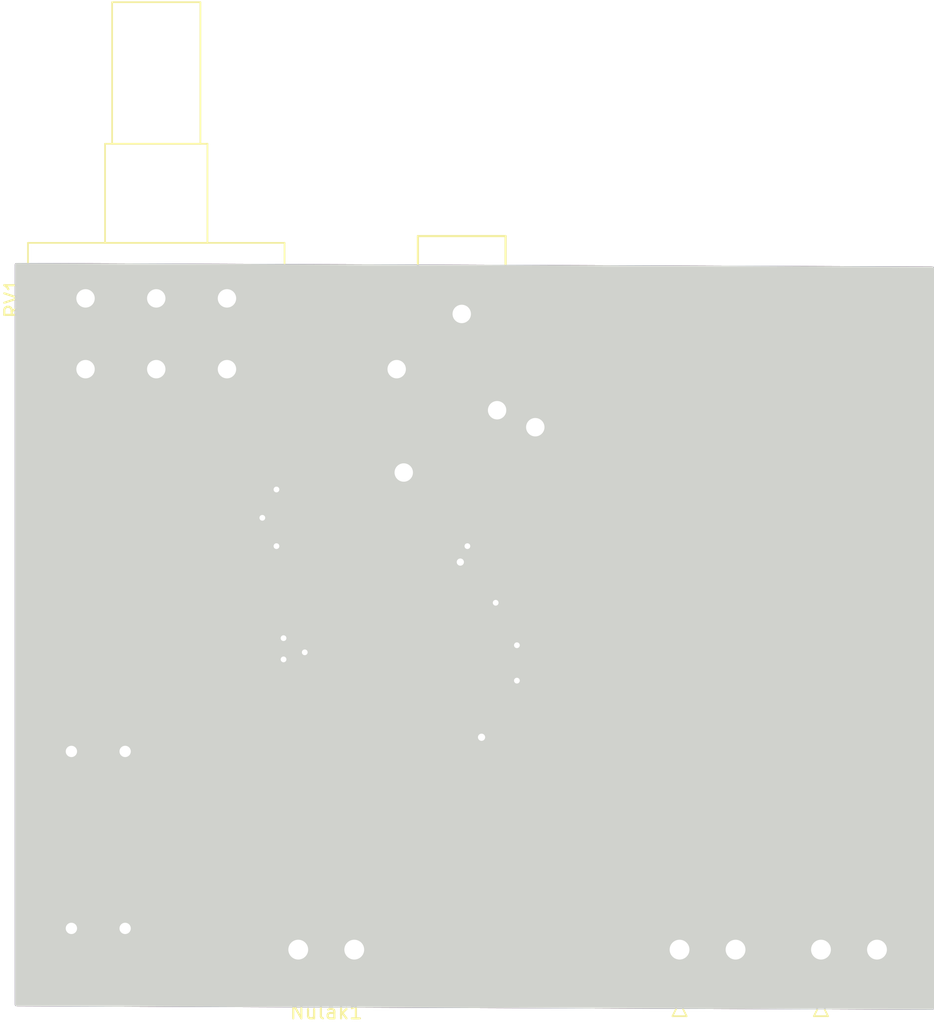
<source format=kicad_pcb>
(kicad_pcb (version 20171130) (host pcbnew "(5.1.8)-1")
  (layers (0 F.Cu signal) (31 B.Cu signal) (34 B.Paste user) (35 F.Paste user) (36 B.SilkS user) (37 F.SilkS user) (38 B.Mask user) (39 F.Mask user) (44 Edge.Cuts user))
  (net 0 "")
  (net 1 OUTPL)
  (net 2 BSPL)
  (net 3 "Net-(C2-Pad2)")
  (net 4 "Net-(C2-Pad1)")
  (net 5 OUTPR)
  (net 6 BSPR)
  (net 7 OUTNR)
  (net 8 BSNR)
  (net 9 GND1)
  (net 10 "Net-(C5-Pad1)")
  (net 11 "Net-(C6-Pad2)")
  (net 12 "Net-(C6-Pad1)")
  (net 13 GND2)
  (net 14 PLIMIT)
  (net 15 GND)
  (net 16 "Net-(C8-Pad1)")
  (net 17 OUTNL)
  (net 18 BSNL)
  (net 19 VCC)
  (net 20 "Net-(C12-Pad2)")
  (net 21 "Net-(C15-Pad1)")
  (net 22 "Net-(C16-Pad2)")
  (net 23 "Net-(C17-Pad1)")
  (net 24 "Net-(C18-Pad2)")
  (net 25 "Net-(C24-Pad1)")
  (net 26 "Net-(C25-Pad2)")
  (net 27 "Net-(C27-Pad1)")
  (net 28 "Net-(C28-Pad2)")
  (net 29 GAIN_SLV)
  (net 30 MUTE)
  (net 31 13)
  (net 32 SYNC)
  (net 33 FAULTZ)
  (net 34 10)
  (net 35 4)
  (module Package_SO:HTSSOP-32-1EP_6.1x11mm_P0.65mm_EP5.2x11mm_Mask4.11x4.36mm (layer F.Cu) (at 175 55)
    (fp_text reference U1 (at 0 -6.55) (layer F.SilkS))
    (fp_text value TPA3116D2DADR-TPA3116D2DADR)
    (pad 33 smd rect (at 0 0) (size 5.2 11) (layers F.Cu))
    (pad 32 smd rect (at 3.65 -4.875) (size 1.2 0.4) (layers F.Cu F.Paste F.Mask) (net 19 VCC))
    (pad 31 smd rect (at 3.65 -4.225) (size 1.2 0.4) (layers F.Cu F.Paste F.Mask) (net 19 VCC))
    (pad 30 smd rect (at 3.65 -3.575) (size 1.2 0.4) (layers F.Cu F.Paste F.Mask) (net 6 BSPR))
    (pad 29 smd rect (at 3.65 -2.925) (size 1.2 0.4) (layers F.Cu F.Paste F.Mask) (net 5 OUTPR))
    (pad 28 smd rect (at 3.65 -2.275) (size 1.2 0.4) (layers F.Cu F.Paste F.Mask) (net 15 GND))
    (pad 27 smd rect (at 3.65 -1.625) (size 1.2 0.4) (layers F.Cu F.Paste F.Mask) (net 7 OUTNR))
    (pad 26 smd rect (at 3.65 -0.975) (size 1.2 0.4) (layers F.Cu F.Paste F.Mask) (net 8 BSNR))
    (pad 25 smd rect (at 3.65 -0.325) (size 1.2 0.4) (layers F.Cu F.Paste F.Mask) (net 15 GND))
    (pad 24 smd rect (at 3.65 0.325) (size 1.2 0.4) (layers F.Cu F.Paste F.Mask) (net 2 BSPL))
    (pad 23 smd rect (at 3.65 0.975) (size 1.2 0.4) (layers F.Cu F.Paste F.Mask) (net 1 OUTPL))
    (pad 22 smd rect (at 3.65 1.625) (size 1.2 0.4) (layers F.Cu F.Paste F.Mask) (net 15 GND))
    (pad 21 smd rect (at 3.65 2.275) (size 1.2 0.4) (layers F.Cu F.Paste F.Mask) (net 17 OUTNL))
    (pad 20 smd rect (at 3.65 2.925) (size 1.2 0.4) (layers F.Cu F.Paste F.Mask) (net 18 BSNL))
    (pad 19 smd rect (at 3.65 3.575) (size 1.2 0.4) (layers F.Cu F.Paste F.Mask) (net 19 VCC))
    (pad 18 smd rect (at 3.65 4.225) (size 1.2 0.4) (layers F.Cu F.Paste F.Mask) (net 19 VCC))
    (pad 17 smd rect (at 3.65 4.875) (size 1.2 0.4) (layers F.Cu F.Paste F.Mask) (net 19 VCC))
    (pad 16 smd rect (at -3.65 4.875) (size 1.2 0.4) (layers F.Cu F.Paste F.Mask) (net 32 SYNC))
    (pad 15 smd rect (at -3.65 4.225) (size 1.2 0.4) (layers F.Cu F.Paste F.Mask) (net 15 GND))
    (pad 14 smd rect (at -3.65 3.575) (size 1.2 0.4) (layers F.Cu F.Paste F.Mask) (net 15 GND))
    (pad 13 smd rect (at -3.65 2.925) (size 1.2 0.4) (layers F.Cu F.Paste F.Mask) (net 31 13))
    (pad 12 smd rect (at -3.65 2.275) (size 1.2 0.4) (layers F.Cu F.Paste F.Mask) (net 30 MUTE))
    (pad 11 smd rect (at -3.65 1.625) (size 1.2 0.4) (layers F.Cu F.Paste F.Mask) (net 9 GND1))
    (pad 10 smd rect (at -3.65 0.975) (size 1.2 0.4) (layers F.Cu F.Paste F.Mask) (net 34 10))
    (pad 9 smd rect (at -3.65 0.325) (size 1.2 0.4) (layers F.Cu F.Paste F.Mask) (net 15 GND))
    (pad 8 smd rect (at -3.65 -0.325) (size 1.2 0.4) (layers F.Cu F.Paste F.Mask) (net 29 GAIN_SLV))
    (pad 7 smd rect (at -3.65 -0.975) (size 1.2 0.4) (layers F.Cu F.Paste F.Mask) (net 14 PLIMIT))
    (pad 6 smd rect (at -3.65 -1.625) (size 1.2 0.4) (layers F.Cu F.Paste F.Mask) (net 14 PLIMIT))
    (pad 5 smd rect (at -3.65 -2.275) (size 1.2 0.4) (layers F.Cu F.Paste F.Mask) (net 9 GND1))
    (pad 4 smd rect (at -3.65 -2.925) (size 1.2 0.4) (layers F.Cu F.Paste F.Mask) (net 35 4))
    (pad 3 smd rect (at -3.65 -3.575) (size 1.2 0.4) (layers F.Cu F.Paste F.Mask) (net 33 FAULTZ))
    (pad 2 smd rect (at -3.65 -4.225) (size 1.2 0.4) (layers F.Cu F.Paste F.Mask) (net 33 FAULTZ))
    (pad 1 smd rect (at -3.65 -4.875) (size 1.2 0.4) (layers F.Cu F.Paste F.Mask) (net 15 GND))
  )
  (module Potentiometer_THT:Potentiometer_Alps_RK163_Dual_Horizontal (layer F.Cu) (at 163 30 90)
    (fp_text reference RV1 (at 0 -15.2 90) (layer F.SilkS))
    (fp_text value 50k)
    (pad 4 thru_hole circle (at -5 0 90) (size 2.34 2.34) (drill 1.3) (layers *.Cu *.Mask) (net 12 "Net-(C6-Pad1)"))
    (pad 5 thru_hole circle (at -5 -5 90) (size 2.34 2.34) (drill 1.3) (layers *.Cu *.Mask) (net 34 10))
    (pad 6 thru_hole circle (at -5 -10 90) (size 2.34 2.34) (drill 1.3) (layers *.Cu *.Mask) (net 9 GND1))
    (pad 1 thru_hole circle (at 0 0 90) (size 2.34 2.34) (drill 1.3) (layers *.Cu *.Mask) (net 4 "Net-(C2-Pad1)"))
    (pad 2 thru_hole circle (at 0 -5 90) (size 2.34 2.34) (drill 1.3) (layers *.Cu *.Mask) (net 35 4))
    (pad 3 thru_hole circle (at 0 -10 90) (size 2.34 2.34) (drill 1.3) (layers *.Cu *.Mask) (net 9 GND1))
  )
  (module Connector_TE-Connectivity:TE_826576-2_1x02_P3.96mm_Vertical (layer F.Cu) (at 195 76)
    (fp_text reference R13 (at 1.98 -4.4) (layer F.SilkS))
    (fp_text value L)
    (pad 2 thru_hole circle (at 3.96 0) (size 2.4 2.4) (drill 1.4) (layers *.Cu *.Mask) (net 23 "Net-(C17-Pad1)"))
    (pad 1 thru_hole roundrect (at 0 0) (size 2.4 2.4) (drill 1.4) (layers *.Cu *.Mask) (roundrect_rratio 0.104167) (net 24 "Net-(C18-Pad2)"))
  )
  (module Connector_TE-Connectivity:TE_826576-2_1x02_P3.96mm_Vertical (layer F.Cu) (at 205 76)
    (fp_text reference R12 (at 1.98 -4.4) (layer F.SilkS))
    (fp_text value L)
    (pad 2 thru_hole circle (at 3.96 0) (size 2.4 2.4) (drill 1.4) (layers *.Cu *.Mask) (net 21 "Net-(C15-Pad1)"))
    (pad 1 thru_hole roundrect (at 0 0) (size 2.4 2.4) (drill 1.4) (layers *.Cu *.Mask) (roundrect_rratio 0.104167) (net 22 "Net-(C16-Pad2)"))
  )
  (module Resistor_SMD:R_0603_1608Metric (layer F.Cu) (at 208 57 180)
    (fp_text reference R11 (at 0 -1.43) (layer F.SilkS))
    (fp_text value 3.3)
    (pad 2 smd roundrect (at 0.825 0 180) (size 0.8 0.95) (layers F.Cu F.Paste F.Mask) (net 27 "Net-(C27-Pad1)"))
    (pad 1 smd roundrect (at -0.825 0 180) (size 0.8 0.95) (layers F.Cu F.Paste F.Mask) (net 23 "Net-(C17-Pad1)"))
  )
  (module Resistor_SMD:R_0603_1608Metric (layer F.Cu) (at 208 47 270)
    (fp_text reference R10 (at 0 -1.43 90) (layer F.SilkS))
    (fp_text value 3.3)
    (pad 2 smd roundrect (at 0.825 0 270) (size 0.8 0.95) (layers F.Cu F.Paste F.Mask) (net 22 "Net-(C16-Pad2)"))
    (pad 1 smd roundrect (at -0.825 0 270) (size 0.8 0.95) (layers F.Cu F.Paste F.Mask) (net 26 "Net-(C25-Pad2)"))
  )
  (module Resistor_SMD:R_0603_1608Metric (layer F.Cu) (at 208 36 180)
    (fp_text reference R9 (at 0 -1.43) (layer F.SilkS))
    (fp_text value 3.3)
    (pad 2 smd roundrect (at 0.825 0 180) (size 0.8 0.95) (layers F.Cu F.Paste F.Mask) (net 25 "Net-(C24-Pad1)"))
    (pad 1 smd roundrect (at -0.825 0 180) (size 0.8 0.95) (layers F.Cu F.Paste F.Mask) (net 21 "Net-(C15-Pad1)"))
  )
  (module Resistor_SMD:R_0603_1608Metric (layer F.Cu) (at 208 62 270)
    (fp_text reference R8 (at 0 -1.43 90) (layer F.SilkS))
    (fp_text value 3.3)
    (pad 2 smd roundrect (at 0.825 0 270) (size 0.8 0.95) (layers F.Cu F.Paste F.Mask) (net 24 "Net-(C18-Pad2)"))
    (pad 1 smd roundrect (at -0.825 0 270) (size 0.8 0.95) (layers F.Cu F.Paste F.Mask) (net 28 "Net-(C28-Pad2)"))
  )
  (module Resistor_SMD:R_0603_1608Metric (layer F.Cu) (at 153 53.5)
    (fp_text reference R7 (at 0 -1.43) (layer F.SilkS))
    (fp_text value 3.3)
    (pad 2 smd roundrect (at 0.825 0) (size 0.8 0.95) (layers F.Cu F.Paste F.Mask) (net 20 "Net-(C12-Pad2)"))
    (pad 1 smd roundrect (at -0.825 0) (size 0.8 0.95) (layers F.Cu F.Paste F.Mask) (net 19 VCC))
  )
  (module Resistor_SMD:R_0603_1608Metric (layer F.Cu) (at 153 49)
    (fp_text reference R6 (at 0 -1.43) (layer F.SilkS))
    (fp_text value 100k)
    (pad 2 smd roundrect (at 0.825 0) (size 0.8 0.95) (layers F.Cu F.Paste F.Mask) (net 33 FAULTZ))
    (pad 1 smd roundrect (at -0.825 0) (size 0.8 0.95) (layers F.Cu F.Paste F.Mask) (net 19 VCC))
  )
  (module Resistor_SMD:R_0603_1608Metric (layer F.Cu) (at 163 61.5 270)
    (fp_text reference R5 (at 0 -1.43 90) (layer F.SilkS))
    (fp_text value 4,7k)
    (pad 2 smd roundrect (at 0.825 0 270) (size 0.8 0.95) (layers F.Cu F.Paste F.Mask) (net 16 "Net-(C8-Pad1)"))
    (pad 1 smd roundrect (at -0.825 0 270) (size 0.8 0.95) (layers F.Cu F.Paste F.Mask) (net 32 SYNC))
  )
  (module Resistor_SMD:R_0603_1608Metric (layer F.Cu) (at 163 52 180)
    (fp_text reference R4 (at 0 -1.43) (layer F.SilkS))
    (fp_text value 100k)
    (pad 2 smd roundrect (at 0.825 0 180) (size 0.8 0.95) (layers F.Cu F.Paste F.Mask) (net 19 VCC))
    (pad 1 smd roundrect (at -0.825 0 180) (size 0.8 0.95) (layers F.Cu F.Paste F.Mask) (net 31 13))
  )
  (module Resistor_SMD:R_0603_1608Metric (layer F.Cu) (at 158.175 41 180)
    (fp_text reference R3 (at 0 -1.43) (layer F.SilkS))
    (fp_text value 100k)
    (pad 2 smd roundrect (at 0.825 0 180) (size 0.8 0.95) (layers F.Cu F.Paste F.Mask) (net 29 GAIN_SLV))
    (pad 1 smd roundrect (at -0.825 0 180) (size 0.8 0.95) (layers F.Cu F.Paste F.Mask) (net 14 PLIMIT))
  )
  (module Resistor_SMD:R_0603_1608Metric (layer F.Cu) (at 158 47)
    (fp_text reference R2 (at 0 -1.43) (layer F.SilkS))
    (fp_text value 100k)
    (pad 2 smd roundrect (at 0.825 0) (size 0.8 0.95) (layers F.Cu F.Paste F.Mask) (net 30 MUTE))
    (pad 1 smd roundrect (at -0.825 0) (size 0.8 0.95) (layers F.Cu F.Paste F.Mask) (net 15 GND))
  )
  (module Resistor_SMD:R_0603_1608Metric (layer F.Cu) (at 158 44 180)
    (fp_text reference R1 (at 0 -1.43) (layer F.SilkS))
    (fp_text value 20k)
    (pad 2 smd roundrect (at 0.825 0 180) (size 0.8 0.95) (layers F.Cu F.Paste F.Mask) (net 13 GND2))
    (pad 1 smd roundrect (at -0.825 0 180) (size 0.8 0.95) (layers F.Cu F.Paste F.Mask) (net 29 GAIN_SLV))
  )
  (module Connector_TE-Connectivity:TE_826576-2_1x02_P3.96mm_Vertical (layer F.Cu) (at 172 76 180)
    (fp_text reference Nulák1 (at 1.98 -4.4) (layer F.SilkS))
    (fp_text value Napětí)
    (pad 2 thru_hole circle (at 3.96 0 180) (size 2.4 2.4) (drill 1.4) (layers *.Cu *.Mask) (net 19 VCC))
    (pad 1 thru_hole roundrect (at 0 0 180) (size 2.4 2.4) (drill 1.4) (layers *.Cu *.Mask) (roundrect_rratio 0.104167) (net 15 GND))
  )
  (module Inductor_SMD:L_Bourns-SRU1028_10.0x10.0mm (layer F.Cu) (at 184 72.5)
    (fp_text reference L4 (at 0 -6.2) (layer F.SilkS))
    (fp_text value 10.0μH)
    (pad 2 smd rect (at 4.5 0) (size 1.8 3.6) (layers F.Cu F.Paste F.Mask) (net 24 "Net-(C18-Pad2)"))
    (pad 1 smd rect (at -4.5 0) (size 1.8 3.6) (layers F.Cu F.Paste F.Mask) (net 17 OUTNL))
  )
  (module Inductor_SMD:L_Bourns-SRU1028_10.0x10.0mm (layer F.Cu) (at 195 60 180)
    (fp_text reference L3 (at 0 -6.2) (layer F.SilkS))
    (fp_text value 10.0μH)
    (pad 2 smd rect (at 4.5 0 180) (size 1.8 3.6) (layers F.Cu F.Paste F.Mask) (net 1 OUTPL))
    (pad 1 smd rect (at -4.5 0 180) (size 1.8 3.6) (layers F.Cu F.Paste F.Mask) (net 23 "Net-(C17-Pad1)"))
  )
  (module Inductor_SMD:L_Bourns-SRU1028_10.0x10.0mm (layer F.Cu) (at 195 47.5)
    (fp_text reference L2 (at 0 -6.2) (layer F.SilkS))
    (fp_text value 10.0μH)
    (pad 2 smd rect (at 4.5 0) (size 1.8 3.6) (layers F.Cu F.Paste F.Mask) (net 22 "Net-(C16-Pad2)"))
    (pad 1 smd rect (at -4.5 0) (size 1.8 3.6) (layers F.Cu F.Paste F.Mask) (net 7 OUTNR))
  )
  (module Inductor_SMD:L_Bourns-SRU1028_10.0x10.0mm (layer F.Cu) (at 195 35 180)
    (fp_text reference L1 (at 0 -6.2) (layer F.SilkS))
    (fp_text value 10.0μH)
    (pad 2 smd rect (at 4.5 0 180) (size 1.8 3.6) (layers F.Cu F.Paste F.Mask) (net 5 OUTPR))
    (pad 1 smd rect (at -4.5 0 180) (size 1.8 3.6) (layers F.Cu F.Paste F.Mask) (net 21 "Net-(C15-Pad1)"))
  )
  (module Connector_Audio:Jack_3.5mm_Ledino_KB3SPRS_Horizontal (layer F.Cu) (at 175 35 270)
    (fp_text reference J1 (at -3.5 2.3 90) (layer F.SilkS))
    (fp_text value AudioJack3)
    (pad S thru_hole oval (at -3.9 -4.6 270) (size 2.2 4) (drill 1.3) (layers *.Cu *.Mask) (net 3 "Net-(C2-Pad2)"))
    (pad R thru_hole oval (at 4.1 -9.8 270) (size 4 2.2) (drill 1.3) (layers *.Cu *.Mask) (net 11 "Net-(C6-Pad2)"))
    (pad RN thru_hole oval (at 2.9 -7.1 270) (size 4 2.2) (drill 1.3) (layers *.Cu *.Mask))
    (pad TN thru_hole oval (at 7.3 -0.5) (size 4 2.2) (drill 1.3) (layers *.Cu *.Mask))
    (pad T thru_hole rect (at 0 0 270) (size 4 2.2) (drill 1.3) (layers *.Cu *.Mask) (net 10 "Net-(C5-Pad1)"))
  )
  (module Capacitor_THT:CP_Radial_D8.0mm_P3.80mm (layer F.Cu) (at 152 74.5)
    (fp_text reference C29 (at 1.9 -5.25) (layer F.SilkS))
    (fp_text value 220uF)
    (pad 2 thru_hole circle (at 3.8 0) (size 1.6 1.6) (drill 0.8) (layers *.Cu *.Mask) (net 15 GND))
    (pad 1 thru_hole rect (at 0 0) (size 1.6 1.6) (drill 0.8) (layers *.Cu *.Mask) (net 19 VCC))
  )
  (module Capacitor_SMD:C_0603_1608Metric (layer F.Cu) (at 203 62 90)
    (fp_text reference C28 (at 0 -1.43 90) (layer F.SilkS))
    (fp_text value 10nF)
    (pad 2 smd roundrect (at 0.775 0 90) (size 0.9 0.95) (layers F.Cu F.Paste F.Mask) (net 28 "Net-(C28-Pad2)"))
    (pad 1 smd roundrect (at -0.775 0 90) (size 0.9 0.95) (layers F.Cu F.Paste F.Mask) (net 15 GND))
  )
  (module Capacitor_SMD:C_0603_1608Metric (layer F.Cu) (at 203 57 90)
    (fp_text reference C27 (at 0 -1.43 90) (layer F.SilkS))
    (fp_text value 10nF)
    (pad 2 smd roundrect (at 0.775 0 90) (size 0.9 0.95) (layers F.Cu F.Paste F.Mask) (net 15 GND))
    (pad 1 smd roundrect (at -0.775 0 90) (size 0.9 0.95) (layers F.Cu F.Paste F.Mask) (net 27 "Net-(C27-Pad1)"))
  )
  (module Capacitor_SMD:C_0603_1608Metric (layer F.Cu) (at 172.5 65.5 90)
    (fp_text reference C26 (at 0 -1.43 90) (layer F.SilkS))
    (fp_text value 100nF)
    (pad 2 smd roundrect (at 0.775 0 90) (size 0.9 0.95) (layers F.Cu F.Paste F.Mask) (net 15 GND))
    (pad 1 smd roundrect (at -0.775 0 90) (size 0.9 0.95) (layers F.Cu F.Paste F.Mask) (net 19 VCC))
  )
  (module Capacitor_SMD:C_0603_1608Metric (layer F.Cu) (at 207.775 42 270)
    (fp_text reference C25 (at 0 -1.43 90) (layer F.SilkS))
    (fp_text value 10nF)
    (pad 2 smd roundrect (at 0.775 0 270) (size 0.9 0.95) (layers F.Cu F.Paste F.Mask) (net 26 "Net-(C25-Pad2)"))
    (pad 1 smd roundrect (at -0.775 0 270) (size 0.9 0.95) (layers F.Cu F.Paste F.Mask) (net 15 GND))
  )
  (module Capacitor_SMD:C_0603_1608Metric (layer F.Cu) (at 204 36 270)
    (fp_text reference C24 (at 0 -1.43 90) (layer F.SilkS))
    (fp_text value 10nF)
    (pad 2 smd roundrect (at 0.775 0 270) (size 0.9 0.95) (layers F.Cu F.Paste F.Mask) (net 15 GND))
    (pad 1 smd roundrect (at -0.775 0 270) (size 0.9 0.95) (layers F.Cu F.Paste F.Mask) (net 25 "Net-(C24-Pad1)"))
  )
  (module Capacitor_SMD:C_0603_1608Metric (layer F.Cu) (at 176.5 65.5 90)
    (fp_text reference C23 (at 0 -1.43 90) (layer F.SilkS))
    (fp_text value 1nF)
    (pad 2 smd roundrect (at 0.775 0 90) (size 0.9 0.95) (layers F.Cu F.Paste F.Mask) (net 15 GND))
    (pad 1 smd roundrect (at -0.775 0 90) (size 0.9 0.95) (layers F.Cu F.Paste F.Mask) (net 19 VCC))
  )
  (module Capacitor_SMD:C_0603_1608Metric (layer F.Cu) (at 208 66 270)
    (fp_text reference C22 (at 0 -1.43 90) (layer F.SilkS))
    (fp_text value 1nF)
    (pad 2 smd roundrect (at 0.775 0 270) (size 0.9 0.95) (layers F.Cu F.Paste F.Mask) (net 24 "Net-(C18-Pad2)"))
    (pad 1 smd roundrect (at -0.775 0 270) (size 0.9 0.95) (layers F.Cu F.Paste F.Mask) (net 15 GND))
  )
  (module Capacitor_SMD:C_0603_1608Metric (layer F.Cu) (at 208 53 90)
    (fp_text reference C21 (at 0 -1.43 90) (layer F.SilkS))
    (fp_text value 1nF)
    (pad 2 smd roundrect (at 0.775 0 90) (size 0.9 0.95) (layers F.Cu F.Paste F.Mask) (net 15 GND))
    (pad 1 smd roundrect (at -0.775 0 90) (size 0.9 0.95) (layers F.Cu F.Paste F.Mask) (net 23 "Net-(C17-Pad1)"))
  )
  (module Capacitor_SMD:C_0603_1608Metric (layer F.Cu) (at 204 47 90)
    (fp_text reference C20 (at 0 -1.43 90) (layer F.SilkS))
    (fp_text value 1nF)
    (pad 2 smd roundrect (at 0.775 0 90) (size 0.9 0.95) (layers F.Cu F.Paste F.Mask) (net 22 "Net-(C16-Pad2)"))
    (pad 1 smd roundrect (at -0.775 0 90) (size 0.9 0.95) (layers F.Cu F.Paste F.Mask) (net 15 GND))
  )
  (module Capacitor_SMD:C_0603_1608Metric (layer F.Cu) (at 208 31 90)
    (fp_text reference C19 (at 0 -1.43 90) (layer F.SilkS))
    (fp_text value 1nF)
    (pad 2 smd roundrect (at 0.775 0 90) (size 0.9 0.95) (layers F.Cu F.Paste F.Mask) (net 15 GND))
    (pad 1 smd roundrect (at -0.775 0 90) (size 0.9 0.95) (layers F.Cu F.Paste F.Mask) (net 21 "Net-(C15-Pad1)"))
  )
  (module Capacitor_SMD:C_0603_1608Metric (layer F.Cu) (at 203 66.225 270)
    (fp_text reference C18 (at 0 -1.43 90) (layer F.SilkS))
    (fp_text value 680nF)
    (pad 2 smd roundrect (at 0.775 0 270) (size 0.9 0.95) (layers F.Cu F.Paste F.Mask) (net 24 "Net-(C18-Pad2)"))
    (pad 1 smd roundrect (at -0.775 0 270) (size 0.9 0.95) (layers F.Cu F.Paste F.Mask) (net 15 GND))
  )
  (module Capacitor_SMD:C_0603_1608Metric (layer F.Cu) (at 203 53 90)
    (fp_text reference C17 (at 0 -1.43 90) (layer F.SilkS))
    (fp_text value 680nF)
    (pad 2 smd roundrect (at 0.775 0 90) (size 0.9 0.95) (layers F.Cu F.Paste F.Mask) (net 15 GND))
    (pad 1 smd roundrect (at -0.775 0 90) (size 0.9 0.95) (layers F.Cu F.Paste F.Mask) (net 23 "Net-(C17-Pad1)"))
  )
  (module Capacitor_SMD:C_0603_1608Metric (layer F.Cu) (at 204 42 270)
    (fp_text reference C16 (at 0 -1.43 90) (layer F.SilkS))
    (fp_text value 680nF)
    (pad 2 smd roundrect (at 0.775 0 270) (size 0.9 0.95) (layers F.Cu F.Paste F.Mask) (net 22 "Net-(C16-Pad2)"))
    (pad 1 smd roundrect (at -0.775 0 270) (size 0.9 0.95) (layers F.Cu F.Paste F.Mask) (net 15 GND))
  )
  (module Capacitor_SMD:C_0603_1608Metric (layer F.Cu) (at 204 31 90)
    (fp_text reference C15 (at 0 -1.43 90) (layer F.SilkS))
    (fp_text value 680nF)
    (pad 2 smd roundrect (at 0.775 0 90) (size 0.9 0.95) (layers F.Cu F.Paste F.Mask) (net 15 GND))
    (pad 1 smd roundrect (at -0.775 0 90) (size 0.9 0.95) (layers F.Cu F.Paste F.Mask) (net 21 "Net-(C15-Pad1)"))
  )
  (module Capacitor_SMD:C_0603_1608Metric (layer F.Cu) (at 168 65.5 270)
    (fp_text reference C14 (at 0 -1.43 90) (layer F.SilkS))
    (fp_text value 10nF)
    (pad 2 smd roundrect (at 0.775 0 270) (size 0.9 0.95) (layers F.Cu F.Paste F.Mask) (net 19 VCC))
    (pad 1 smd roundrect (at -0.775 0 270) (size 0.9 0.95) (layers F.Cu F.Paste F.Mask) (net 15 GND))
  )
  (module Capacitor_THT:CP_Radial_D8.0mm_P3.80mm (layer F.Cu) (at 152 62)
    (fp_text reference C13 (at 1.9 -5.25) (layer F.SilkS))
    (fp_text value 220uF)
    (pad 2 thru_hole circle (at 3.8 0) (size 1.6 1.6) (drill 0.8) (layers *.Cu *.Mask) (net 15 GND))
    (pad 1 thru_hole rect (at 0 0) (size 1.6 1.6) (drill 0.8) (layers *.Cu *.Mask) (net 19 VCC))
  )
  (module Capacitor_SMD:C_0603_1608Metric (layer F.Cu) (at 158 56 90)
    (fp_text reference C12 (at 0 -1.43 90) (layer F.SilkS))
    (fp_text value 100nF)
    (pad 2 smd roundrect (at 0.775 0 90) (size 0.9 0.95) (layers F.Cu F.Paste F.Mask) (net 20 "Net-(C12-Pad2)"))
    (pad 1 smd roundrect (at -0.775 0 90) (size 0.9 0.95) (layers F.Cu F.Paste F.Mask) (net 15 GND))
  )
  (module Capacitor_SMD:C_0603_1608Metric (layer F.Cu) (at 182 66)
    (fp_text reference C11 (at 0 -1.43) (layer F.SilkS))
    (fp_text value 100nF)
    (pad 2 smd roundrect (at 0.775 0) (size 0.9 0.95) (layers F.Cu F.Paste F.Mask) (net 15 GND))
    (pad 1 smd roundrect (at -0.775 0) (size 0.9 0.95) (layers F.Cu F.Paste F.Mask) (net 19 VCC))
  )
  (module Capacitor_SMD:C_0603_1608Metric (layer F.Cu) (at 182 63.5)
    (fp_text reference C10 (at 0 -1.43) (layer F.SilkS))
    (fp_text value 1nF)
    (pad 2 smd roundrect (at 0.775 0) (size 0.9 0.95) (layers F.Cu F.Paste F.Mask) (net 15 GND))
    (pad 1 smd roundrect (at -0.775 0) (size 0.9 0.95) (layers F.Cu F.Paste F.Mask) (net 19 VCC))
  )
  (module Capacitor_SMD:C_0603_1608Metric (layer F.Cu) (at 187 61.225 90)
    (fp_text reference C9 (at 0 -1.43 90) (layer F.SilkS))
    (fp_text value 1μF)
    (pad 2 smd roundrect (at 0.775 0 90) (size 0.9 0.95) (layers F.Cu F.Paste F.Mask) (net 17 OUTNL))
    (pad 1 smd roundrect (at -0.775 0 90) (size 0.9 0.95) (layers F.Cu F.Paste F.Mask) (net 18 BSNL))
  )
  (module Capacitor_SMD:C_0603_1608Metric (layer F.Cu) (at 163 66.5 270)
    (fp_text reference C8 (at 0 -1.43 90) (layer F.SilkS))
    (fp_text value 47pF)
    (pad 2 smd roundrect (at 0.775 0 270) (size 0.9 0.95) (layers F.Cu F.Paste F.Mask) (net 15 GND))
    (pad 1 smd roundrect (at -0.775 0 270) (size 0.9 0.95) (layers F.Cu F.Paste F.Mask) (net 16 "Net-(C8-Pad1)"))
  )
  (module Capacitor_SMD:C_0603_1608Metric (layer F.Cu) (at 153 42 270)
    (fp_text reference C7 (at 0 -1.43 90) (layer F.SilkS))
    (fp_text value 1μF)
    (pad 2 smd roundrect (at 0.775 0 270) (size 0.9 0.95) (layers F.Cu F.Paste F.Mask) (net 13 GND2))
    (pad 1 smd roundrect (at -0.775 0 270) (size 0.9 0.95) (layers F.Cu F.Paste F.Mask) (net 14 PLIMIT))
  )
  (module Capacitor_SMD:C_0603_1608Metric (layer F.Cu) (at 170 33.5)
    (fp_text reference C6 (at 0 -1.43) (layer F.SilkS))
    (fp_text value 1μF)
    (pad 2 smd roundrect (at 0.775 0) (size 0.9 0.95) (layers F.Cu F.Paste F.Mask) (net 11 "Net-(C6-Pad2)"))
    (pad 1 smd roundrect (at -0.775 0) (size 0.9 0.95) (layers F.Cu F.Paste F.Mask) (net 12 "Net-(C6-Pad1)"))
  )
  (module Capacitor_SMD:C_0603_1608Metric (layer F.Cu) (at 170 36 180)
    (fp_text reference C5 (at 0 -1.43) (layer F.SilkS))
    (fp_text value 1μF)
    (pad 2 smd roundrect (at 0.775 0 180) (size 0.9 0.95) (layers F.Cu F.Paste F.Mask) (net 9 GND1))
    (pad 1 smd roundrect (at -0.775 0 180) (size 0.9 0.95) (layers F.Cu F.Paste F.Mask) (net 10 "Net-(C5-Pad1)"))
  )
  (module Capacitor_SMD:C_0603_1608Metric (layer F.Cu) (at 187 53.225 90)
    (fp_text reference C4 (at 0 -1.43 90) (layer F.SilkS))
    (fp_text value 1μF)
    (pad 2 smd roundrect (at 0.775 0 90) (size 0.9 0.95) (layers F.Cu F.Paste F.Mask) (net 7 OUTNR))
    (pad 1 smd roundrect (at -0.775 0 90) (size 0.9 0.95) (layers F.Cu F.Paste F.Mask) (net 8 BSNR))
  )
  (module Capacitor_SMD:C_0603_1608Metric (layer F.Cu) (at 187 49 270)
    (fp_text reference C3 (at 0 -1.43 90) (layer F.SilkS))
    (fp_text value 1μF)
    (pad 2 smd roundrect (at 0.775 0 270) (size 0.9 0.95) (layers F.Cu F.Paste F.Mask) (net 5 OUTPR))
    (pad 1 smd roundrect (at -0.775 0 270) (size 0.9 0.95) (layers F.Cu F.Paste F.Mask) (net 6 BSPR))
  )
  (module Capacitor_SMD:C_0603_1608Metric (layer F.Cu) (at 170 31)
    (fp_text reference C2 (at 0 -1.43) (layer F.SilkS))
    (fp_text value 1μF)
    (pad 2 smd roundrect (at 0.775 0) (size 0.9 0.95) (layers F.Cu F.Paste F.Mask) (net 3 "Net-(C2-Pad2)"))
    (pad 1 smd roundrect (at -0.775 0) (size 0.9 0.95) (layers F.Cu F.Paste F.Mask) (net 4 "Net-(C2-Pad1)"))
  )
  (module Capacitor_SMD:C_0603_1608Metric (layer F.Cu) (at 187 57 270)
    (fp_text reference C1 (at 0 -1.43 90) (layer F.SilkS))
    (fp_text value 1μF)
    (pad 2 smd roundrect (at 0.775 0 270) (size 0.9 0.95) (layers F.Cu F.Paste F.Mask) (net 1 OUTPL))
    (pad 1 smd roundrect (at -0.775 0 270) (size 0.9 0.95) (layers F.Cu F.Paste F.Mask) (net 2 BSPL))
  )
  (segment (start 188.275 57.775) (end 190.5 60) (width 0.381) (layer F.Cu) (net 1))
  (segment (start 187 57.775) (end 188.275 57.775) (width 0.381) (layer F.Cu) (net 1))
  (segment (start 178.65 55.975) (end 183.975 55.975) (width 0.381) (layer F.Cu) (net 1))
  (segment (start 185.775 57.775) (end 187 57.775) (width 0.381) (layer F.Cu) (net 1))
  (segment (start 183.975 55.975) (end 185.775 57.775) (width 0.381) (layer F.Cu) (net 1))
  (segment (start 186.1 55.325) (end 187 56.225) (width 0.381) (layer F.Cu) (net 2))
  (segment (start 178.65 55.325) (end 186.1 55.325) (width 0.381) (layer F.Cu) (net 2))
  (segment (start 179.5 31) (end 179.6 31.1) (width 0.762) (layer F.Cu) (net 3))
  (segment (start 170.775 31) (end 179.5 31) (width 0.762) (layer F.Cu) (net 3))
  (segment (start 164 31) (end 163 30) (width 0.762) (layer F.Cu) (net 4))
  (segment (start 169.225 31) (end 164 31) (width 0.762) (layer F.Cu) (net 4))
  (segment (start 187.86551 37.63449) (end 190.5 35) (width 0.381) (layer F.Cu) (net 5))
  (segment (start 187.86551 48.90949) (end 187.86551 37.63449) (width 0.381) (layer F.Cu) (net 5))
  (segment (start 187 49.775) (end 187.86551 48.90949) (width 0.381) (layer F.Cu) (net 5))
  (segment (start 179.631 52.075) (end 181.706 50) (width 0.381) (layer F.Cu) (net 5))
  (segment (start 178.65 52.075) (end 179.631 52.075) (width 0.381) (layer F.Cu) (net 5))
  (segment (start 186.775 50) (end 187 49.775) (width 0.381) (layer F.Cu) (net 5))
  (segment (start 181.706 50) (end 186.775 50) (width 0.381) (layer F.Cu) (net 5))
  (segment (start 187 48.225) (end 186.775 48.225) (width 0.381) (layer F.Cu) (net 6))
  (segment (start 182.659328 48.225) (end 187 48.225) (width 0.381) (layer F.Cu) (net 6))
  (segment (start 179.459328 51.425) (end 182.659328 48.225) (width 0.381) (layer F.Cu) (net 6))
  (segment (start 178.65 51.425) (end 179.459328 51.425) (width 0.381) (layer F.Cu) (net 6))
  (segment (start 190.5 48.95) (end 190.5 47.5) (width 0.381) (layer F.Cu) (net 7))
  (segment (start 187 52.45) (end 190.5 48.95) (width 0.381) (layer F.Cu) (net 7))
  (segment (start 187 52.45) (end 186.55 52.45) (width 0.381) (layer F.Cu) (net 7))
  (segment (start 178.65 53.375) (end 181.625 53.375) (width 0.381) (layer F.Cu) (net 7))
  (segment (start 182.55 52.45) (end 187 52.45) (width 0.381) (layer F.Cu) (net 7))
  (segment (start 181.625 53.375) (end 182.55 52.45) (width 0.381) (layer F.Cu) (net 7))
  (segment (start 178.675 54) (end 178.65 54.025) (width 0.381) (layer F.Cu) (net 8))
  (segment (start 178.65 54.025) (end 182.00601 54.025) (width 0.381) (layer F.Cu) (net 8))
  (segment (start 182.00601 54.025) (end 183 53.03101) (width 0.381) (layer F.Cu) (net 8))
  (segment (start 186.03101 53.03101) (end 187 54) (width 0.381) (layer F.Cu) (net 8))
  (segment (start 183 53.03101) (end 186.03101 53.03101) (width 0.381) (layer F.Cu) (net 8))
  (segment (start 153 30) (end 153 35) (width 0.762) (layer F.Cu) (net 9))
  (segment (start 165.5 47) (end 165.5 45.5) (width 0.381) (layer F.Cu) (net 9))
  (segment (start 165.5 49) (end 165.5 47) (width 0.381) (layer F.Cu) (net 9))
  (segment (start 169.225 52.725) (end 165.5 49) (width 0.381) (layer F.Cu) (net 9))
  (segment (start 171.35 52.725) (end 169.225 52.725) (width 0.381) (layer F.Cu) (net 9))
  (segment (start 171.35 56.625) (end 168.125 56.625) (width 0.381) (layer F.Cu) (net 9))
  (segment (start 168.125 56.625) (end 167 55.5) (width 0.381) (layer F.Cu) (net 9))
  (segment (start 167 55.5) (end 167 55.5) (width 0.381) (layer F.Cu) (net 9))
  (via (at 167 55.5) (size 0.508) (drill 0.4064) (layers F.Cu B.Cu) (net 9))
  (segment (start 165.5 45.5) (end 165.5 45.5) (width 0.381) (layer F.Cu) (net 9))
  (via (at 165.5 45.5) (size 0.508) (drill 0.4064) (layers F.Cu B.Cu) (net 9))
  (segment (start 169.144501 49.144501) (end 165.5 45.5) (width 0.381) (layer B.Cu) (net 9))
  (segment (start 165.5 45.5) (end 165.5 44.5) (width 0.381) (layer B.Cu) (net 9))
  (segment (start 165.5 44.5) (end 166.5 43.5) (width 0.381) (layer B.Cu) (net 9))
  (segment (start 166.5 43.5) (end 166.5 43.5) (width 0.381) (layer B.Cu) (net 9))
  (via (at 166.5 43.5) (size 0.508) (drill 0.4064) (layers F.Cu B.Cu) (net 9))
  (segment (start 169.225 40.775) (end 166.5 43.5) (width 0.381) (layer F.Cu) (net 9))
  (segment (start 169.225 36) (end 169.225 40.775) (width 0.381) (layer F.Cu) (net 9))
  (segment (start 154.560501 36.560501) (end 153 35) (width 0.381) (layer F.Cu) (net 9))
  (segment (start 169.139499 36.560501) (end 154.560501 36.560501) (width 0.381) (layer F.Cu) (net 9))
  (segment (start 169.225 36.475) (end 169.139499 36.560501) (width 0.381) (layer F.Cu) (net 9))
  (segment (start 169.225 36) (end 169.225 36.475) (width 0.381) (layer F.Cu) (net 9))
  (segment (start 169.144501 53.355499) (end 167 55.5) (width 0.381) (layer B.Cu) (net 9))
  (segment (start 169.144501 49.144501) (end 169.144501 53.355499) (width 0.381) (layer B.Cu) (net 9))
  (segment (start 174 36) (end 175 35) (width 0.762) (layer F.Cu) (net 10))
  (segment (start 170.775 36) (end 174 36) (width 0.762) (layer F.Cu) (net 10))
  (segment (start 171.856001 32.418999) (end 176.418999 32.418999) (width 0.762) (layer F.Cu) (net 11))
  (segment (start 170.775 33.5) (end 171.856001 32.418999) (width 0.762) (layer F.Cu) (net 11))
  (segment (start 176.418999 32.418999) (end 178 34) (width 0.762) (layer F.Cu) (net 11))
  (segment (start 184.8 37.322693) (end 184.8 39.1) (width 0.762) (layer F.Cu) (net 11))
  (segment (start 181.477307 34) (end 184.8 37.322693) (width 0.762) (layer F.Cu) (net 11))
  (segment (start 178 34) (end 181.477307 34) (width 0.762) (layer F.Cu) (net 11))
  (segment (start 167.725 35) (end 169.225 33.5) (width 0.762) (layer F.Cu) (net 12))
  (segment (start 163 35) (end 167.725 35) (width 0.762) (layer F.Cu) (net 12))
  (segment (start 154.225 44) (end 153 42.775) (width 0.381) (layer F.Cu) (net 13))
  (segment (start 157.175 44) (end 154.225 44) (width 0.381) (layer F.Cu) (net 13))
  (segment (start 159 42.006) (end 159 41) (width 0.381) (layer F.Cu) (net 14))
  (segment (start 171.35 53.375) (end 171.35 54.025) (width 0.381) (layer F.Cu) (net 14))
  (segment (start 154.09051 40.13449) (end 153 41.225) (width 0.381) (layer F.Cu) (net 14))
  (segment (start 158.13449 40.13449) (end 154.09051 40.13449) (width 0.381) (layer F.Cu) (net 14))
  (segment (start 159 41) (end 158.13449 40.13449) (width 0.381) (layer F.Cu) (net 14))
  (segment (start 159 42.075) (end 159 42.006) (width 0.381) (layer F.Cu) (net 14))
  (segment (start 171.35 54.025) (end 170.95 54.025) (width 0.381) (layer F.Cu) (net 14))
  (segment (start 160.27501 43.35001) (end 159 42.075) (width 0.381) (layer F.Cu) (net 14))
  (segment (start 160.27501 44.596682) (end 160.27501 43.35001) (width 0.381) (layer F.Cu) (net 14))
  (segment (start 169.703328 54.025) (end 160.27501 44.596682) (width 0.381) (layer F.Cu) (net 14))
  (segment (start 171.35 54.025) (end 169.703328 54.025) (width 0.381) (layer F.Cu) (net 14))
  (segment (start 178.834499 52.665501) (end 180.834499 52.665501) (width 0.381) (layer F.Cu) (net 15))
  (segment (start 178.775 52.725) (end 178.834499 52.665501) (width 0.381) (layer F.Cu) (net 15))
  (segment (start 178.65 52.725) (end 178.775 52.725) (width 0.381) (layer F.Cu) (net 15))
  (segment (start 180.834499 52.665501) (end 182 51.5) (width 0.381) (layer F.Cu) (net 15))
  (segment (start 182 51.5) (end 182 51.5) (width 0.381) (layer F.Cu) (net 15))
  (via (at 182 51.5) (size 0.508) (drill 0.4064) (layers F.Cu B.Cu) (net 15))
  (segment (start 182 51.5) (end 182 52.5) (width 0.381) (layer B.Cu) (net 15))
  (segment (start 182 52.5) (end 183.5 54) (width 0.381) (layer B.Cu) (net 15))
  (segment (start 183.5 54) (end 183.5 54.5) (width 0.381) (layer B.Cu) (net 15))
  (segment (start 183.5 54.5) (end 183.5 57) (width 0.381) (layer B.Cu) (net 15))
  (via (at 183.5 54.5) (size 0.508) (drill 0.4064) (layers F.Cu B.Cu) (net 15))
  (segment (start 183.5 57) (end 183.5 57) (width 0.381) (layer B.Cu) (net 15))
  (via (at 183.5 57) (size 0.508) (drill 0.4064) (layers F.Cu B.Cu) (net 15))
  (segment (start 183.325 54.675) (end 183.5 54.5) (width 0.381) (layer F.Cu) (net 15))
  (segment (start 178.65 54.675) (end 183.325 54.675) (width 0.381) (layer F.Cu) (net 15))
  (segment (start 183.125 56.625) (end 183.5 57) (width 0.381) (layer F.Cu) (net 15))
  (segment (start 178.65 56.625) (end 183.125 56.625) (width 0.381) (layer F.Cu) (net 15))
  (segment (start 171.35 59.225) (end 171.35 58.575) (width 0.381) (layer F.Cu) (net 15))
  (segment (start 182 51.5) (end 182 49) (width 0.381) (layer B.Cu) (net 15))
  (segment (start 182 49) (end 180.5 47.5) (width 0.381) (layer B.Cu) (net 15))
  (via (at 180 47.5) (size 0.508) (drill 0.4064) (layers F.Cu B.Cu) (net 15))
  (segment (start 180.5 47.5) (end 180 47.5) (width 0.381) (layer B.Cu) (net 15))
  (segment (start 171.35 48.65) (end 171.35 50.125) (width 0.381) (layer F.Cu) (net 15))
  (segment (start 172.5 47.5) (end 171.35 48.65) (width 0.381) (layer F.Cu) (net 15))
  (segment (start 180 47.5) (end 172.5 47.5) (width 0.381) (layer F.Cu) (net 15))
  (via (at 168.5 55) (size 0.508) (drill 0.4064) (layers F.Cu B.Cu) (net 15))
  (segment (start 168.825 55.325) (end 168.5 55) (width 0.381) (layer F.Cu) (net 15))
  (segment (start 171.35 55.325) (end 168.825 55.325) (width 0.381) (layer F.Cu) (net 15))
  (segment (start 179.644501 47.855499) (end 180 47.5) (width 0.381) (layer B.Cu) (net 15))
  (segment (start 175.644501 47.855499) (end 179.644501 47.855499) (width 0.381) (layer B.Cu) (net 15))
  (segment (start 168.5 55) (end 175.644501 47.855499) (width 0.381) (layer B.Cu) (net 15))
  (segment (start 160.45 59.225) (end 158 56.775) (width 0.381) (layer F.Cu) (net 15))
  (segment (start 171.35 59.225) (end 160.45 59.225) (width 0.381) (layer F.Cu) (net 15))
  (segment (start 163 65.725) (end 163 62.325) (width 0.381) (layer F.Cu) (net 16))
  (segment (start 187 60.45) (end 187.45 60.45) (width 0.381) (layer F.Cu) (net 17))
  (segment (start 187.45 60.45) (end 188 61) (width 0.381) (layer F.Cu) (net 17))
  (segment (start 188 64) (end 179.5 72.5) (width 0.381) (layer F.Cu) (net 17))
  (segment (start 188 61) (end 188 64) (width 0.381) (layer F.Cu) (net 17))
  (segment (start 178.65 57.275) (end 181.275 57.275) (width 0.381) (layer F.Cu) (net 17))
  (segment (start 184.45 60.45) (end 187 60.45) (width 0.381) (layer F.Cu) (net 17))
  (segment (start 181.275 57.275) (end 184.45 60.45) (width 0.381) (layer F.Cu) (net 17))
  (segment (start 178.65 57.925) (end 180.925 57.925) (width 0.381) (layer F.Cu) (net 18))
  (segment (start 180.925 57.925) (end 185 62) (width 0.381) (layer F.Cu) (net 18))
  (segment (start 185 62) (end 187 62) (width 0.381) (layer F.Cu) (net 18))
  (segment (start 152 74.5) (end 152 62) (width 0.762) (layer F.Cu) (net 19))
  (segment (start 152 74.5) (end 154.5 77) (width 0.762) (layer F.Cu) (net 19))
  (segment (start 167.04 77) (end 168.04 76) (width 0.762) (layer F.Cu) (net 19))
  (segment (start 154.5 77) (end 167.04 77) (width 0.762) (layer F.Cu) (net 19))
  (segment (start 152.175 61.825) (end 152 62) (width 0.762) (layer F.Cu) (net 19))
  (segment (start 152.175 53.5) (end 152.175 61.825) (width 0.762) (layer F.Cu) (net 19))
  (segment (start 161.35 51.175) (end 162.175 52) (width 0.762) (layer F.Cu) (net 19))
  (segment (start 152.175 51.175) (end 161.35 51.175) (width 0.762) (layer F.Cu) (net 19))
  (segment (start 152.175 49) (end 152.175 51.175) (width 0.762) (layer F.Cu) (net 19))
  (segment (start 152.175 51.175) (end 152.175 53.5) (width 0.762) (layer F.Cu) (net 19))
  (segment (start 178.65 50.125) (end 178.65 50.775) (width 0.381) (layer F.Cu) (net 19))
  (segment (start 178.65 59.875) (end 178.65 59.225) (width 0.381) (layer F.Cu) (net 19))
  (segment (start 178.65 59.225) (end 178.65 58.575) (width 0.381) (layer F.Cu) (net 19))
  (segment (start 181 61) (end 181 61) (width 0.762) (layer F.Cu) (net 19))
  (via (at 181 61) (size 0.762) (drill 0.508) (layers F.Cu B.Cu) (net 19))
  (segment (start 181 61) (end 181 50.5) (width 0.762) (layer B.Cu) (net 19))
  (segment (start 178.65 50.125) (end 178.65 49.85) (width 0.381) (layer F.Cu) (net 19))
  (segment (start 181 61) (end 180 61) (width 0.762) (layer F.Cu) (net 19))
  (segment (start 178.875 59.875) (end 178.65 59.875) (width 0.762) (layer F.Cu) (net 19))
  (segment (start 180 61) (end 178.875 59.875) (width 0.762) (layer F.Cu) (net 19))
  (segment (start 181 50.5) (end 181 49.5) (width 0.762) (layer B.Cu) (net 19))
  (segment (start 181 49.5) (end 180.04554 48.54554) (width 0.762) (layer B.Cu) (net 19))
  (segment (start 180.04554 48.54554) (end 179.96407 48.627009) (width 0.762) (layer B.Cu) (net 19))
  (segment (start 179.96407 48.627009) (end 179.5 48.627009) (width 0.762) (layer B.Cu) (net 19))
  (segment (start 179.5 48.627009) (end 179.5 48.627009) (width 0.762) (layer B.Cu) (net 19))
  (via (at 179.5 48.627009) (size 0.762) (drill 0.508) (layers F.Cu B.Cu) (net 19))
  (segment (start 178.65 49.477009) (end 178.65 49.85) (width 0.762) (layer F.Cu) (net 19))
  (segment (start 179.5 48.627009) (end 178.65 49.477009) (width 0.762) (layer F.Cu) (net 19))
  (segment (start 181 63.275) (end 181.225 63.5) (width 0.762) (layer F.Cu) (net 19))
  (segment (start 181 61) (end 181 63.275) (width 0.762) (layer F.Cu) (net 19))
  (segment (start 181.225 63.5) (end 181.225 66) (width 0.762) (layer F.Cu) (net 19))
  (segment (start 172.5 66.275) (end 176.5 66.275) (width 0.762) (layer F.Cu) (net 19))
  (segment (start 180.95 66.275) (end 181.225 66) (width 0.762) (layer F.Cu) (net 19))
  (segment (start 176.5 66.275) (end 180.95 66.275) (width 0.762) (layer F.Cu) (net 19))
  (segment (start 168 66.275) (end 172.5 66.275) (width 0.762) (layer F.Cu) (net 19))
  (segment (start 168 75.96) (end 168.04 76) (width 0.762) (layer F.Cu) (net 19))
  (segment (start 168 66.275) (end 168 75.96) (width 0.762) (layer F.Cu) (net 19))
  (segment (start 156.275 53.5) (end 158 55.225) (width 0.762) (layer F.Cu) (net 20))
  (segment (start 153.825 53.5) (end 156.275 53.5) (width 0.762) (layer F.Cu) (net 20))
  (segment (start 200.544 31.775) (end 204 31.775) (width 0.381) (layer F.Cu) (net 21))
  (segment (start 199.5 32.819) (end 200.544 31.775) (width 0.381) (layer F.Cu) (net 21))
  (segment (start 199.5 35) (end 199.5 32.819) (width 0.381) (layer F.Cu) (net 21))
  (segment (start 204 31.775) (end 208 31.775) (width 0.381) (layer F.Cu) (net 21))
  (segment (start 208.825 32.6) (end 208 31.775) (width 0.381) (layer F.Cu) (net 21))
  (segment (start 208.825 36) (end 208.825 32.6) (width 0.381) (layer F.Cu) (net 21))
  (segment (start 211 73.96) (end 208.96 76) (width 0.381) (layer F.Cu) (net 21))
  (segment (start 211 37) (end 211 73.96) (width 0.381) (layer F.Cu) (net 21))
  (segment (start 210 36) (end 211 37) (width 0.381) (layer F.Cu) (net 21))
  (segment (start 208.825 36) (end 210 36) (width 0.381) (layer F.Cu) (net 21))
  (segment (start 200.775 46.225) (end 199.5 47.5) (width 0.381) (layer F.Cu) (net 22))
  (segment (start 204 46.225) (end 200.775 46.225) (width 0.381) (layer F.Cu) (net 22))
  (segment (start 204 42.775) (end 204 46.225) (width 0.381) (layer F.Cu) (net 22))
  (segment (start 206.4 46.225) (end 208 47.825) (width 0.381) (layer F.Cu) (net 22))
  (segment (start 204 46.225) (end 206.4 46.225) (width 0.381) (layer F.Cu) (net 22))
  (segment (start 208 47.825) (end 208.825 47.825) (width 0.381) (layer F.Cu) (net 22))
  (segment (start 208.825 47.825) (end 210 49) (width 0.381) (layer F.Cu) (net 22))
  (segment (start 210 49) (end 210 69) (width 0.381) (layer F.Cu) (net 22))
  (segment (start 205 74) (end 210 69) (width 0.381) (layer F.Cu) (net 22))
  (segment (start 205 76) (end 205 74) (width 0.381) (layer F.Cu) (net 22))
  (segment (start 199.5 57.275) (end 199.5 60) (width 0.381) (layer F.Cu) (net 23))
  (segment (start 203 53.775) (end 199.5 57.275) (width 0.381) (layer F.Cu) (net 23))
  (segment (start 203 53.775) (end 208 53.775) (width 0.381) (layer F.Cu) (net 23))
  (segment (start 208.825 54.6) (end 208 53.775) (width 0.381) (layer F.Cu) (net 23))
  (segment (start 208.825 57) (end 208.825 54.6) (width 0.381) (layer F.Cu) (net 23))
  (segment (start 199.5 75.46) (end 198.96 76) (width 0.381) (layer F.Cu) (net 23))
  (segment (start 199.5 60) (end 199.5 75.46) (width 0.381) (layer F.Cu) (net 23))
  (segment (start 207.13449 65.90949) (end 208 66.775) (width 0.381) (layer F.Cu) (net 24))
  (segment (start 207.13449 63.69051) (end 207.13449 65.90949) (width 0.381) (layer F.Cu) (net 24))
  (segment (start 208 62.825) (end 207.13449 63.69051) (width 0.381) (layer F.Cu) (net 24))
  (segment (start 206.04398 67) (end 207.13449 65.90949) (width 0.381) (layer F.Cu) (net 24))
  (segment (start 203 67) (end 206.04398 67) (width 0.381) (layer F.Cu) (net 24))
  (segment (start 190 74) (end 188.5 72.5) (width 0.381) (layer F.Cu) (net 24))
  (segment (start 197 78) (end 195 76) (width 0.381) (layer F.Cu) (net 24))
  (segment (start 201 78) (end 197 78) (width 0.381) (layer F.Cu) (net 24))
  (segment (start 202 77) (end 201 78) (width 0.381) (layer F.Cu) (net 24))
  (segment (start 202 68) (end 202 77) (width 0.381) (layer F.Cu) (net 24))
  (segment (start 203 67) (end 202 68) (width 0.381) (layer F.Cu) (net 24))
  (segment (start 192 76) (end 190 74) (width 0.381) (layer F.Cu) (net 24))
  (segment (start 195 76) (end 192 76) (width 0.381) (layer F.Cu) (net 24))
  (segment (start 206.4 35.225) (end 207.175 36) (width 0.381) (layer F.Cu) (net 25))
  (segment (start 204 35.225) (end 206.4 35.225) (width 0.381) (layer F.Cu) (net 25))
  (segment (start 208 43) (end 207.775 42.775) (width 0.381) (layer F.Cu) (net 26))
  (segment (start 208 46.175) (end 208 43) (width 0.381) (layer F.Cu) (net 26))
  (segment (start 206.4 57.775) (end 207.175 57) (width 0.381) (layer F.Cu) (net 27))
  (segment (start 203 57.775) (end 206.4 57.775) (width 0.381) (layer F.Cu) (net 27))
  (segment (start 207.95 61.225) (end 208 61.175) (width 0.381) (layer F.Cu) (net 28))
  (segment (start 203 61.225) (end 207.95 61.225) (width 0.381) (layer F.Cu) (net 28))
  (segment (start 157.35 42.525) (end 158.825 44) (width 0.381) (layer F.Cu) (net 29))
  (segment (start 157.35 41) (end 157.35 42.525) (width 0.381) (layer F.Cu) (net 29))
  (segment (start 169.531656 54.675) (end 159.5 44.643344) (width 0.381) (layer F.Cu) (net 29))
  (segment (start 171.35 54.675) (end 169.531656 54.675) (width 0.381) (layer F.Cu) (net 29))
  (segment (start 159.468344 44.643344) (end 158.825 44) (width 0.381) (layer F.Cu) (net 29))
  (segment (start 159.5 44.643344) (end 159.468344 44.643344) (width 0.381) (layer F.Cu) (net 29))
  (segment (start 171.35 57.275) (end 170.410108 57.275) (width 0.381) (layer F.Cu) (net 30))
  (segment (start 160.135108 47) (end 158.825 47) (width 0.381) (layer F.Cu) (net 30))
  (segment (start 166 52.864892) (end 160.135108 47) (width 0.381) (layer F.Cu) (net 30))
  (segment (start 166 56) (end 166 52.864892) (width 0.381) (layer F.Cu) (net 30))
  (segment (start 167.275 57.275) (end 166 56) (width 0.381) (layer F.Cu) (net 30))
  (segment (start 171.35 57.275) (end 167.275 57.275) (width 0.381) (layer F.Cu) (net 30))
  (segment (start 171.35 57.925) (end 169.75 57.925) (width 0.381) (layer F.Cu) (net 31))
  (segment (start 163.825 54.916079) (end 166.955431 58.04651) (width 0.762) (layer F.Cu) (net 31))
  (segment (start 163.825 52) (end 163.825 54.916079) (width 0.762) (layer F.Cu) (net 31))
  (segment (start 167.04651 58.04651) (end 169.75 58.04651) (width 0.762) (layer F.Cu) (net 31))
  (segment (start 166.955431 58.04651) (end 167.04651 58.04651) (width 0.762) (layer F.Cu) (net 31))
  (segment (start 163.8 59.875) (end 163 60.675) (width 0.381) (layer F.Cu) (net 32))
  (segment (start 171.35 59.875) (end 163.8 59.875) (width 0.381) (layer F.Cu) (net 32))
  (segment (start 171.35 50.775) (end 171.35 51.425) (width 0.381) (layer F.Cu) (net 33))
  (segment (start 168 48.614922) (end 170.679077 51.293999) (width 0.762) (layer F.Cu) (net 33))
  (segment (start 168 46.764198) (end 168 48.614922) (width 0.762) (layer F.Cu) (net 33))
  (segment (start 160.235802 39) (end 168 46.764198) (width 0.762) (layer F.Cu) (net 33))
  (segment (start 170.679077 51.293999) (end 171.35 51.293999) (width 0.762) (layer F.Cu) (net 33))
  (segment (start 152.5 39) (end 160.235802 39) (width 0.762) (layer F.Cu) (net 33))
  (segment (start 151 40.5) (end 152.5 39) (width 0.762) (layer F.Cu) (net 33))
  (segment (start 151 46.175) (end 151 40.5) (width 0.762) (layer F.Cu) (net 33))
  (segment (start 153.825 49) (end 151 46.175) (width 0.762) (layer F.Cu) (net 33))
  (segment (start 158 35) (end 158 45) (width 0.381) (layer B.Cu) (net 34))
  (segment (start 158 45) (end 167 54) (width 0.381) (layer B.Cu) (net 34))
  (segment (start 167 54) (end 167 54) (width 0.381) (layer B.Cu) (net 34))
  (via (at 167 54) (size 0.508) (drill 0.4064) (layers F.Cu B.Cu) (net 34))
  (segment (start 171.35 55.975) (end 168.475 55.975) (width 0.381) (layer F.Cu) (net 34))
  (segment (start 167 54.5) (end 167 54) (width 0.381) (layer F.Cu) (net 34))
  (segment (start 168.475 55.975) (end 167 54.5) (width 0.381) (layer F.Cu) (net 34))
  (segment (start 158 30) (end 160.5 32.5) (width 0.381) (layer B.Cu) (net 35))
  (segment (start 160.5 32.5) (end 160.5 41.5) (width 0.381) (layer B.Cu) (net 35))
  (segment (start 160.5 41.5) (end 166.5 47.5) (width 0.381) (layer B.Cu) (net 35))
  (segment (start 166.5 47.5) (end 166.5 47.5) (width 0.381) (layer B.Cu) (net 35))
  (via (at 166.5 47.5) (size 0.508) (drill 0.4064) (layers F.Cu B.Cu) (net 35))
  (segment (start 166.5 48.206) (end 166.5 47.5) (width 0.381) (layer F.Cu) (net 35))
  (segment (start 170.369 52.075) (end 166.5 48.206) (width 0.381) (layer F.Cu) (net 35))
  (segment (start 171.35 52.075) (end 170.369 52.075) (width 0.381) (layer F.Cu) (net 35))
  (zone (net 0) (net_name "") (layer Edge.Cuts) (connect_pads (clearance 0.508)) (min_thickness 0.254) (fill yes (arc_segments 32) (thermal_gap 0.508) (thermal_bridge_width 0.508))
    (polygon (pts (xy 213 80.25) (xy 148 80) (xy 148 27.5) (xy 213 27.75)))
  )
  (zone (net 15) (net_name GND) (layer F.Cu) (connect_pads (clearance 0.508)) (min_thickness 0.254) (fill yes (arc_segments 32) (thermal_gap 0.508) (thermal_bridge_width 0.508))
    (polygon (pts (xy 213 80.25) (xy 148 80) (xy 148 27.5) (xy 213 27.75)))
  )
  (zone (net 15) (net_name GND) (layer B.Cu) (connect_pads (clearance 0.508)) (min_thickness 0.254) (fill yes (arc_segments 32) (thermal_gap 0.508) (thermal_bridge_width 0.508))
    (polygon (pts (xy 213 80.25) (xy 148 80) (xy 148 27.5) (xy 213 27.75)))
  )
)
</source>
